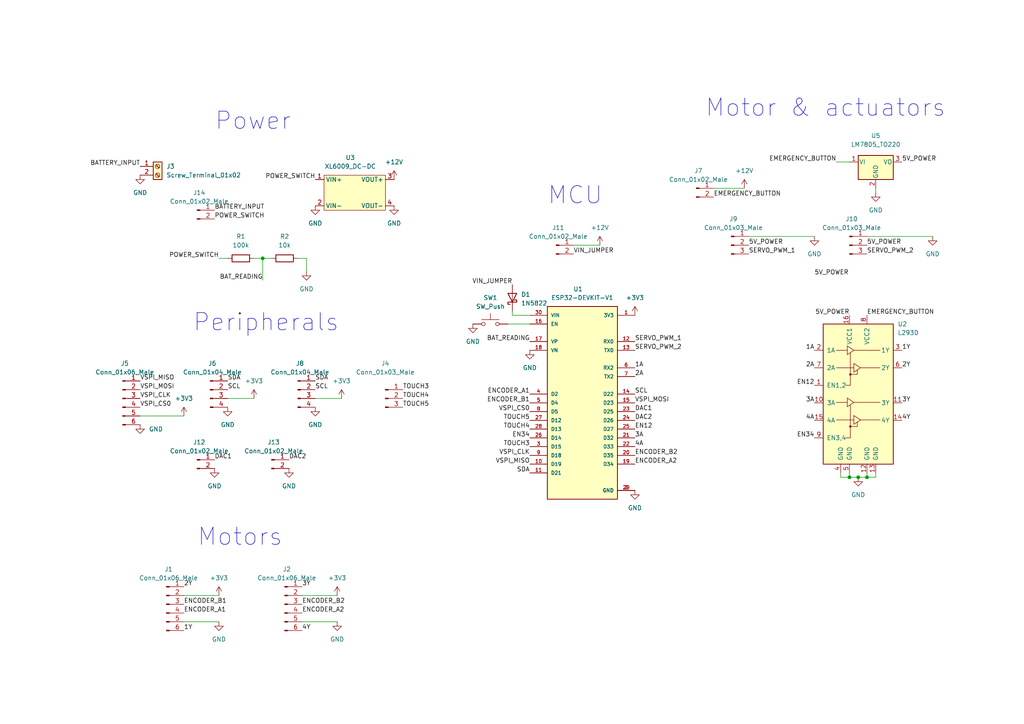
<source format=kicad_sch>
(kicad_sch (version 20211123) (generator eeschema)
  (paper "A4")
  (lib_symbols
    (symbol "Connector:Conn_01x02_Male" (pin_names (offset 1.016) hide)
      (property "Reference" "J" (at 0 2.54 0))
      (property "Value" "Conn_01x02_Male" (at 0 -5.08 0))
      (symbol "Conn_01x02_Male_1_1"
        (polyline (pts (xy 1.27 -2.54) (xy 0.8636 -2.54)) (stroke (width 0.1524)))
        (polyline (pts (xy 1.27 0) (xy 0.8636 0)) (stroke (width 0.1524)))
        (rectangle (start 0.8636 -2.413) (end 0 -2.667) (stroke (width 0.1524)) (fill (type outline)))
        (rectangle (start 0.8636 0.127) (end 0 -0.127) (stroke (width 0.1524)) (fill (type outline)))
        (pin passive line (at 5.08 0 180) (length 3.81) (name "Pin_1") (number "1"))
        (pin passive line (at 5.08 -2.54 180) (length 3.81) (name "Pin_2") (number "2"))
      )
    )
    (symbol "Connector:Conn_01x03_Male" (pin_names (offset 1.016) hide)
      (property "Reference" "J" (at 0 5.08 0))
      (property "Value" "Conn_01x03_Male" (at 0 -5.08 0))
      (symbol "Conn_01x03_Male_1_1"
        (polyline (pts (xy 1.27 -2.54) (xy 0.8636 -2.54)) (stroke (width 0.1524)))
        (polyline (pts (xy 1.27 0) (xy 0.8636 0)) (stroke (width 0.1524)))
        (polyline (pts (xy 1.27 2.54) (xy 0.8636 2.54)) (stroke (width 0.1524)))
        (rectangle (start 0.8636 -2.413) (end 0 -2.667) (stroke (width 0.1524)) (fill (type outline)))
        (rectangle (start 0.8636 0.127) (end 0 -0.127) (stroke (width 0.1524)) (fill (type outline)))
        (rectangle (start 0.8636 2.667) (end 0 2.413) (stroke (width 0.1524)) (fill (type outline)))
        (pin passive line (at 5.08 2.54 180) (length 3.81) (name "Pin_1") (number "1"))
        (pin passive line (at 5.08 0 180) (length 3.81) (name "Pin_2") (number "2"))
        (pin passive line (at 5.08 -2.54 180) (length 3.81) (name "Pin_3") (number "3"))
      )
    )
    (symbol "Connector:Conn_01x04_Male" (pin_names (offset 1.016) hide)
      (property "Reference" "J" (at 0 5.08 0))
      (property "Value" "Conn_01x04_Male" (at 0 -7.62 0))
      (symbol "Conn_01x04_Male_1_1"
        (polyline (pts (xy 1.27 -5.08) (xy 0.8636 -5.08)) (stroke (width 0.1524)))
        (polyline (pts (xy 1.27 -2.54) (xy 0.8636 -2.54)) (stroke (width 0.1524)))
        (polyline (pts (xy 1.27 0) (xy 0.8636 0)) (stroke (width 0.1524)))
        (polyline (pts (xy 1.27 2.54) (xy 0.8636 2.54)) (stroke (width 0.1524)))
        (rectangle (start 0.8636 -4.953) (end 0 -5.207) (stroke (width 0.1524)) (fill (type outline)))
        (rectangle (start 0.8636 -2.413) (end 0 -2.667) (stroke (width 0.1524)) (fill (type outline)))
        (rectangle (start 0.8636 0.127) (end 0 -0.127) (stroke (width 0.1524)) (fill (type outline)))
        (rectangle (start 0.8636 2.667) (end 0 2.413) (stroke (width 0.1524)) (fill (type outline)))
        (pin passive line (at 5.08 2.54 180) (length 3.81) (name "Pin_1") (number "1"))
        (pin passive line (at 5.08 0 180) (length 3.81) (name "Pin_2") (number "2"))
        (pin passive line (at 5.08 -2.54 180) (length 3.81) (name "Pin_3") (number "3"))
        (pin passive line (at 5.08 -5.08 180) (length 3.81) (name "Pin_4") (number "4"))
      )
    )
    (symbol "Connector:Conn_01x06_Male" (pin_names (offset 1.016) hide)
      (property "Reference" "J" (at 0 7.62 0))
      (property "Value" "Conn_01x06_Male" (at 0 -10.16 0))
      (symbol "Conn_01x06_Male_1_1"
        (polyline (pts (xy 1.27 -7.62) (xy 0.8636 -7.62)) (stroke (width 0.1524)))
        (polyline (pts (xy 1.27 -5.08) (xy 0.8636 -5.08)) (stroke (width 0.1524)))
        (polyline (pts (xy 1.27 -2.54) (xy 0.8636 -2.54)) (stroke (width 0.1524)))
        (polyline (pts (xy 1.27 0) (xy 0.8636 0)) (stroke (width 0.1524)))
        (polyline (pts (xy 1.27 2.54) (xy 0.8636 2.54)) (stroke (width 0.1524)))
        (polyline (pts (xy 1.27 5.08) (xy 0.8636 5.08)) (stroke (width 0.1524)))
        (rectangle (start 0.8636 -7.493) (end 0 -7.747) (stroke (width 0.1524)) (fill (type outline)))
        (rectangle (start 0.8636 -4.953) (end 0 -5.207) (stroke (width 0.1524)) (fill (type outline)))
        (rectangle (start 0.8636 -2.413) (end 0 -2.667) (stroke (width 0.1524)) (fill (type outline)))
        (rectangle (start 0.8636 0.127) (end 0 -0.127) (stroke (width 0.1524)) (fill (type outline)))
        (rectangle (start 0.8636 2.667) (end 0 2.413) (stroke (width 0.1524)) (fill (type outline)))
        (rectangle (start 0.8636 5.207) (end 0 4.953) (stroke (width 0.1524)) (fill (type outline)))
        (pin passive line (at 5.08 5.08 180) (length 3.81) (name "Pin_1") (number "1"))
        (pin passive line (at 5.08 2.54 180) (length 3.81) (name "Pin_2") (number "2"))
        (pin passive line (at 5.08 0 180) (length 3.81) (name "Pin_3") (number "3"))
        (pin passive line (at 5.08 -2.54 180) (length 3.81) (name "Pin_4") (number "4"))
        (pin passive line (at 5.08 -5.08 180) (length 3.81) (name "Pin_5") (number "5"))
        (pin passive line (at 5.08 -7.62 180) (length 3.81) (name "Pin_6") (number "6"))
      )
    )
    (symbol "Connector:Screw_Terminal_01x02" (pin_names (offset 1.016) hide)
      (property "Reference" "J" (at 0 2.54 0))
      (property "Value" "Screw_Terminal_01x02" (at 0 -5.08 0))
      (symbol "Screw_Terminal_01x02_1_1"
        (rectangle (start -1.27 1.27) (end 1.27 -3.81) (stroke (width 0.254)) (fill (type background)))
        (circle (center 0 -2.54) (radius 0.635) (stroke (width 0.1524)))
        (polyline (pts (xy -0.5334 -2.2098) (xy 0.3302 -3.048)) (stroke (width 0.1524)))
        (polyline (pts (xy -0.5334 0.3302) (xy 0.3302 -0.508)) (stroke (width 0.1524)))
        (polyline (pts (xy -0.3556 -2.032) (xy 0.508 -2.8702)) (stroke (width 0.1524)))
        (polyline (pts (xy -0.3556 0.508) (xy 0.508 -0.3302)) (stroke (width 0.1524)))
        (circle (center 0 0) (radius 0.635) (stroke (width 0.1524)))
        (pin passive line (at -5.08 0 0) (length 3.81) (name "Pin_1") (number "1"))
        (pin passive line (at -5.08 -2.54 0) (length 3.81) (name "Pin_2") (number "2"))
      )
    )
    (symbol "Device:R" (pin_numbers hide) (pin_names (offset 0))
      (property "Reference" "R" (at 2.032 0 90))
      (property "Value" "R" (at 0 0 90))
      (symbol "R_0_1"
        (rectangle (start -1.016 -2.54) (end 1.016 2.54) (stroke (width 0.254)))
      )
      (symbol "R_1_1"
        (pin passive line (at 0 3.81 270) (length 1.27) (name "~") (number "1"))
        (pin passive line (at 0 -3.81 90) (length 1.27) (name "~") (number "2"))
      )
    )
    (symbol "Diode:1N5822" (pin_numbers hide) (pin_names (offset 1.016) hide)
      (property "Reference" "D" (at 0 2.54 0))
      (property "Value" "1N5822" (at 0 -2.54 0))
      (symbol "1N5822_0_1"
        (polyline (pts (xy 1.27 0) (xy -1.27 0)))
        (polyline (pts (xy 1.27 1.27) (xy 1.27 -1.27) (xy -1.27 0) (xy 1.27 1.27)) (stroke (width 0.254)))
        (polyline (pts (xy -1.905 0.635) (xy -1.905 1.27) (xy -1.27 1.27) (xy -1.27 -1.27) (xy -0.635 -1.27) (xy -0.635 -0.635)) (stroke (width 0.254)))
      )
      (symbol "1N5822_1_1"
        (pin passive line (at -3.81 0 0) (length 2.54) (name "K") (number "1"))
        (pin passive line (at 3.81 0 180) (length 2.54) (name "A") (number "2"))
      )
    )
    (symbol "Driver_Motor:L293D" (pin_names (offset 1.016))
      (property "Reference" "U" (at -5.08 26.035 0))
      (property "Value" "L293D" (at -5.08 24.13 0))
      (symbol "L293D_0_1"
        (rectangle (start -10.16 22.86) (end 10.16 -17.78) (stroke (width 0.254)) (fill (type background)))
        (circle (center -2.286 -6.858) (radius 0.254) (fill (type outline)))
        (circle (center -2.286 8.255) (radius 0.254) (fill (type outline)))
        (polyline (pts (xy -6.35 -4.953) (xy -1.27 -4.953)))
        (polyline (pts (xy -6.35 0.127) (xy -3.175 0.127)))
        (polyline (pts (xy -6.35 10.16) (xy -1.27 10.16)))
        (polyline (pts (xy -6.35 15.24) (xy -3.175 15.24)))
        (polyline (pts (xy -1.27 0.127) (xy 6.35 0.127)))
        (polyline (pts (xy -1.27 15.24) (xy 6.35 15.24)))
        (polyline (pts (xy 0.635 -4.953) (xy 6.35 -4.953)))
        (polyline (pts (xy 0.635 10.16) (xy 6.35 10.16)))
        (polyline (pts (xy -2.286 -6.858) (xy -0.254 -6.858) (xy -0.254 -5.588)))
        (polyline (pts (xy -2.286 -0.635) (xy -2.286 -10.16) (xy -3.556 -10.16)))
        (polyline (pts (xy -2.286 8.255) (xy -0.254 8.255) (xy -0.254 9.525)))
        (polyline (pts (xy -2.286 14.478) (xy -2.286 5.08) (xy -3.556 5.08)))
        (polyline (pts (xy -3.175 1.397) (xy -3.175 -1.143) (xy -1.27 0.127) (xy -3.175 1.397)))
        (polyline (pts (xy -3.175 16.51) (xy -3.175 13.97) (xy -1.27 15.24) (xy -3.175 16.51)))
        (polyline (pts (xy -1.27 -3.683) (xy -1.27 -6.223) (xy 0.635 -4.953) (xy -1.27 -3.683)))
        (polyline (pts (xy -1.27 11.43) (xy -1.27 8.89) (xy 0.635 10.16) (xy -1.27 11.43)))
      )
      (symbol "L293D_1_1"
        (pin input line (at -12.7 5.08 0) (length 2.54) (name "EN1,2") (number "1"))
        (pin input line (at -12.7 0 0) (length 2.54) (name "3A") (number "10"))
        (pin output line (at 12.7 0 180) (length 2.54) (name "3Y") (number "11"))
        (pin power_in line (at 2.54 -20.32 90) (length 2.54) (name "GND") (number "12"))
        (pin power_in line (at 5.08 -20.32 90) (length 2.54) (name "GND") (number "13"))
        (pin output line (at 12.7 -5.08 180) (length 2.54) (name "4Y") (number "14"))
        (pin input line (at -12.7 -5.08 0) (length 2.54) (name "4A") (number "15"))
        (pin power_in line (at -2.54 25.4 270) (length 2.54) (name "VCC1") (number "16"))
        (pin input line (at -12.7 15.24 0) (length 2.54) (name "1A") (number "2"))
        (pin output line (at 12.7 15.24 180) (length 2.54) (name "1Y") (number "3"))
        (pin power_in line (at -5.08 -20.32 90) (length 2.54) (name "GND") (number "4"))
        (pin power_in line (at -2.54 -20.32 90) (length 2.54) (name "GND") (number "5"))
        (pin output line (at 12.7 10.16 180) (length 2.54) (name "2Y") (number "6"))
        (pin input line (at -12.7 10.16 0) (length 2.54) (name "2A") (number "7"))
        (pin power_in line (at 2.54 25.4 270) (length 2.54) (name "VCC2") (number "8"))
        (pin input line (at -12.7 -10.16 0) (length 2.54) (name "EN3,4") (number "9"))
      )
    )
    (symbol "ESP32_DEVKIT_V1:ESP32-DEVKIT-V1" (pin_names (offset 1.016))
      (property "Reference" "U" (at -10.16 30.48 0))
      (property "Value" "ESP32-DEVKIT-V1" (at -10.16 -30.48 0))
      (symbol "ESP32-DEVKIT-V1_0_0"
        (rectangle (start -10.16 -27.94) (end 10.16 27.94) (stroke (width 0.254)) (fill (type background)))
        (pin output line (at 15.24 25.4 180) (length 5.08) (name "3V3") (number "1"))
        (pin bidirectional line (at -15.24 -17.78 0) (length 5.08) (name "D19") (number "10"))
        (pin bidirectional line (at -15.24 -20.32 0) (length 5.08) (name "D21") (number "11"))
        (pin input line (at 15.24 17.78 180) (length 5.08) (name "RX0") (number "12"))
        (pin output line (at 15.24 15.24 180) (length 5.08) (name "TX0") (number "13"))
        (pin bidirectional line (at 15.24 2.54 180) (length 5.08) (name "D22") (number "14"))
        (pin bidirectional line (at 15.24 0 180) (length 5.08) (name "D23") (number "15"))
        (pin input line (at -15.24 22.86 0) (length 5.08) (name "EN") (number "16"))
        (pin bidirectional line (at -15.24 17.78 0) (length 5.08) (name "VP") (number "17"))
        (pin bidirectional line (at -15.24 15.24 0) (length 5.08) (name "VN") (number "18"))
        (pin bidirectional line (at 15.24 -17.78 180) (length 5.08) (name "D34") (number "19"))
        (pin power_in line (at 15.24 -25.4 180) (length 5.08) (name "GND") (number "2"))
        (pin bidirectional line (at 15.24 -15.24 180) (length 5.08) (name "D35") (number "20"))
        (pin bidirectional line (at 15.24 -10.16 180) (length 5.08) (name "D32") (number "21"))
        (pin bidirectional line (at 15.24 -12.7 180) (length 5.08) (name "D33") (number "22"))
        (pin bidirectional line (at 15.24 -2.54 180) (length 5.08) (name "D25") (number "23"))
        (pin bidirectional line (at 15.24 -5.08 180) (length 5.08) (name "D26") (number "24"))
        (pin bidirectional line (at 15.24 -7.62 180) (length 5.08) (name "D27") (number "25"))
        (pin bidirectional line (at -15.24 -10.16 0) (length 5.08) (name "D14") (number "26"))
        (pin bidirectional line (at -15.24 -5.08 0) (length 5.08) (name "D12") (number "27"))
        (pin bidirectional line (at -15.24 -7.62 0) (length 5.08) (name "D13") (number "28"))
        (pin power_in line (at 15.24 -25.4 180) (length 5.08) (name "GND") (number "29"))
        (pin bidirectional line (at -15.24 -12.7 0) (length 5.08) (name "D15") (number "3"))
        (pin input line (at -15.24 25.4 0) (length 5.08) (name "VIN") (number "30"))
        (pin bidirectional line (at -15.24 2.54 0) (length 5.08) (name "D2") (number "4"))
        (pin bidirectional line (at -15.24 0 0) (length 5.08) (name "D4") (number "5"))
        (pin input line (at 15.24 10.16 180) (length 5.08) (name "RX2") (number "6"))
        (pin output line (at 15.24 7.62 180) (length 5.08) (name "TX2") (number "7"))
        (pin bidirectional line (at -15.24 -2.54 0) (length 5.08) (name "D5") (number "8"))
        (pin bidirectional line (at -15.24 -15.24 0) (length 5.08) (name "D18") (number "9"))
      )
    )
    (symbol "MiAM_ESP32:XL6009_DC-DC"
      (property "Reference" "U" (at 5.08 0 0))
      (property "Value" "XL6009_DC-DC" (at 5.08 -12.7 0))
      (symbol "XL6009_DC-DC_0_1"
        (rectangle (start -3.81 -1.27) (end 13.97 -11.43) (fill (type background)))
      )
      (symbol "XL6009_DC-DC_1_1"
        (pin power_in line (at -6.35 -2.54 0) (length 2.54) (name "VIN+") (number "1"))
        (pin power_in line (at -6.35 -10.16 0) (length 2.54) (name "VIN-") (number "2"))
        (pin power_out line (at 16.51 -2.54 180) (length 2.54) (name "VOUT+") (number "3"))
        (pin power_out line (at 16.51 -10.16 180) (length 2.54) (name "VOUT-") (number "4"))
      )
    )
    (symbol "Regulator_Linear:LM7805_TO220" (pin_names (offset 0.254))
      (property "Reference" "U" (at -3.81 3.175 0))
      (property "Value" "LM7805_TO220" (at 0 3.175 0))
      (symbol "LM7805_TO220_0_1"
        (rectangle (start -5.08 1.905) (end 5.08 -5.08) (stroke (width 0.254)) (fill (type background)))
      )
      (symbol "LM7805_TO220_1_1"
        (pin power_in line (at -7.62 0 0) (length 2.54) (name "VI") (number "1"))
        (pin power_in line (at 0 -7.62 90) (length 2.54) (name "GND") (number "2"))
        (pin power_out line (at 7.62 0 180) (length 2.54) (name "VO") (number "3"))
      )
    )
    (symbol "Switch:SW_Push" (pin_numbers hide) (pin_names (offset 1.016) hide)
      (property "Reference" "SW" (at 1.27 2.54 0))
      (property "Value" "SW_Push" (at 0 -1.524 0))
      (symbol "SW_Push_0_1"
        (circle (center -2.032 0) (radius 0.508))
        (polyline (pts (xy 0 1.27) (xy 0 3.048)))
        (polyline (pts (xy 2.54 1.27) (xy -2.54 1.27)))
        (circle (center 2.032 0) (radius 0.508))
        (pin passive line (at -5.08 0 0) (length 2.54) (name "1") (number "1"))
        (pin passive line (at 5.08 0 180) (length 2.54) (name "2") (number "2"))
      )
    )
    (symbol "power:+12V" (power) (pin_names (offset 0))
      (property "Value" "+12V" (at 0 3.556 0))
      (symbol "+12V_0_1"
        (polyline (pts (xy -0.762 1.27) (xy 0 2.54)))
        (polyline (pts (xy 0 0) (xy 0 2.54)))
        (polyline (pts (xy 0 2.54) (xy 0.762 1.27)))
      )
      (symbol "+12V_1_1"
        (pin power_in line (at 0 0 90) (length 0) hide (name "+12V") (number "1"))
      )
    )
    (symbol "power:+3V3" (power) (pin_names (offset 0))
      (property "Value" "+3V3" (at 0 3.556 0))
      (symbol "+3V3_0_1"
        (polyline (pts (xy -0.762 1.27) (xy 0 2.54)))
        (polyline (pts (xy 0 0) (xy 0 2.54)))
        (polyline (pts (xy 0 2.54) (xy 0.762 1.27)))
      )
      (symbol "+3V3_1_1"
        (pin power_in line (at 0 0 90) (length 0) hide (name "+3V3") (number "1"))
      )
    )
    (symbol "power:GND" (power) (pin_names (offset 0))
      (property "Value" "GND" (at 0 -3.81 0))
      (symbol "GND_0_1"
        (polyline (pts (xy 0 0) (xy 0 -1.27) (xy 1.27 -1.27) (xy 0 -2.54) (xy -1.27 -1.27) (xy 0 -1.27)))
      )
      (symbol "GND_1_1"
        (pin power_in line (at 0 0 270) (length 0) hide (name "GND") (number "1"))
      )
    )
  )
  (junction (at 76.2 74.93))
  (junction (at 251.46 138.43))
  (junction (at 248.92 138.43))
  (junction (at 246.38 138.43))
  (wire (pts (xy 217.17 68.58) (xy 236.22 68.58)))
  (wire (pts (xy 254 138.43) (xy 251.46 138.43)))
  (wire (pts (xy 207.01 54.61) (xy 215.9 54.61)))
  (wire (pts (xy 87.63 180.34) (xy 97.79 180.34)))
  (wire (pts (xy 76.2 74.93) (xy 76.2 81.28)))
  (wire (pts (xy 66.04 115.57) (xy 73.66 115.57)))
  (wire (pts (xy 166.37 71.12) (xy 173.99 71.12)))
  (wire (pts (xy 53.34 180.34) (xy 63.5 180.34)))
  (wire (pts (xy 251.46 138.43) (xy 248.92 138.43)))
  (wire (pts (xy 243.84 138.43) (xy 243.84 137.16)))
  (wire (pts (xy 254 55.88) (xy 254 54.61)))
  (wire (pts (xy 254 138.43) (xy 254 137.16)))
  (wire (pts (xy 88.9 74.93) (xy 88.9 78.74)))
  (wire (pts (xy 246.38 138.43) (xy 246.38 137.16)))
  (wire (pts (xy 63.5 74.93) (xy 66.04 74.93)))
  (wire (pts (xy 86.36 74.93) (xy 88.9 74.93)))
  (wire (pts (xy 246.38 138.43) (xy 248.92 138.43)))
  (wire (pts (xy 91.44 115.57) (xy 99.06 115.57)))
  (wire (pts (xy 147.32 93.98) (xy 153.67 93.98)))
  (wire (pts (xy 153.67 91.44) (xy 148.59 91.44)))
  (wire (pts (xy 53.34 172.72) (xy 63.5 172.72)))
  (wire (pts (xy 87.63 172.72) (xy 97.79 172.72)))
  (wire (pts (xy 243.84 138.43) (xy 246.38 138.43)))
  (wire (pts (xy 78.74 74.93) (xy 76.2 74.93)))
  (wire (pts (xy 242.57 46.99) (xy 246.38 46.99)))
  (wire (pts (xy 40.64 120.65) (xy 53.34 120.65)))
  (wire (pts (xy 148.59 91.44) (xy 148.59 90.17)))
  (wire (pts (xy 73.66 74.93) (xy 76.2 74.93)))
  (wire (pts (xy 251.46 138.43) (xy 251.46 137.16)))
  (wire (pts (xy 251.46 68.58) (xy 270.51 68.58)))
  (text "Motor & actuators" (at 204.47 34.29 0) (effects (font (size 5 5)) (justify left bottom)))
  (text "Power" (at 62.23 38.1 0) (effects (font (size 5 5)) (justify left bottom)))
  (text "MCU" (at 158.75 59.69 0) (effects (font (size 5 5)) (justify left bottom)))
  (text "Motors" (at 57.15 158.75 0) (effects (font (size 5 5)) (justify left bottom)))
  (text "Peripherals" (at 55.88 96.52 0) (effects (font (size 5 5)) (justify left bottom)))
  (label "VSPI_MISO" (at 153.67 134.62 180))
  (label "1Y" (at 53.34 182.88 0))
  (label "EMERGENCY_BUTTON" (at 251.46 91.44 0))
  (label "VSPI_CS0" (at 153.67 119.38 180))
  (label "SERVO_PWM_1" (at 217.17 73.66 0))
  (label "SDA" (at 153.67 137.16 180))
  (label "5V_POWER" (at 246.38 91.44 180))
  (label "POWER_SWITCH" (at 62.23 63.5 0))
  (label "3A" (at 184.15 127 0))
  (label "TOUCH4" (at 116.84 115.57 0))
  (label "SCL" (at 91.44 113.03 0))
  (label "VSPI_MISO" (at 40.64 110.49 0))
  (label "TOUCH3" (at 153.67 129.54 180))
  (label "SERVO_PWM_2" (at 251.46 73.66 0))
  (label "2Y" (at 53.34 170.18 0))
  (label "BAT_READING" (at 153.67 99.06 180))
  (label "ENCODER_A1" (at 53.34 177.8 0))
  (label "SERVO_PWM_1" (at 184.15 99.06 0))
  (label "ENCODER_A2" (at 184.15 134.62 0))
  (label "TOUCH5" (at 153.67 121.92 180))
  (label "ENCODER_B1" (at 53.34 175.26 0))
  (label "DAC1" (at 184.15 119.38 0))
  (label "ENCODER_A2" (at 87.63 177.8 0))
  (label "2Y" (at 261.62 106.68 0))
  (label "EN34" (at 236.22 127 180))
  (label "5V_POWER" (at 261.62 46.99 0))
  (label "SERVO_PWM_2" (at 184.15 101.6 0))
  (label "DAC1" (at 62.23 133.35 0))
  (label "3Y" (at 87.63 170.18 0))
  (label "SDA" (at 66.04 110.49 0))
  (label "ENCODER_A1" (at 153.67 114.3 180))
  (label "ENCODER_B2" (at 87.63 175.26 0))
  (label "2A" (at 236.22 106.68 180))
  (label "5V_POWER" (at 251.46 71.12 0))
  (label "ENCODER_B1" (at 153.67 116.84 180))
  (label "1A" (at 184.15 106.68 0))
  (label "EMERGENCY_BUTTON" (at 242.57 46.99 180))
  (label "EN12" (at 184.15 124.46 0))
  (label "BATTERY_INPUT" (at 40.64 48.26 180))
  (label "4A" (at 184.15 129.54 0))
  (label "VSPI_MOSI" (at 184.15 116.84 0))
  (label "ENCODER_B2" (at 184.15 132.08 0))
  (label "3A" (at 236.22 116.84 180))
  (label "EMERGENCY_BUTTON" (at 207.01 57.15 0))
  (label "5V_POWER" (at 236.22 80.01 0))
  (label "DAC2" (at 184.15 121.92 0))
  (label "VSPI_CLK" (at 153.67 132.08 180))
  (label "VSPI_CS0" (at 40.64 118.11 0))
  (label "DAC2" (at 83.82 133.35 0))
  (label "POWER_SWITCH" (at 63.5 74.93 180))
  (label "1Y" (at 261.62 101.6 0))
  (label "5V_POWER" (at 217.17 71.12 0))
  (label "EN34" (at 153.67 127 180))
  (label "TOUCH5" (at 116.84 118.11 0))
  (label "BATTERY_INPUT" (at 62.23 60.96 0))
  (label "1A" (at 236.22 101.6 180))
  (label "4Y" (at 87.63 182.88 0))
  (label "VSPI_MOSI" (at 40.64 113.03 0))
  (label "VIN_JUMPER" (at 166.37 73.66 0))
  (label "POWER_SWITCH" (at 91.44 52.07 180))
  (label "SDA" (at 91.44 110.49 0))
  (label "3Y" (at 261.62 116.84 0))
  (label "SCL" (at 184.15 114.3 0))
  (label "4A" (at 236.22 121.92 180))
  (label "TOUCH4" (at 153.67 124.46 180))
  (label "SCL" (at 66.04 113.03 0))
  (label "VIN_JUMPER" (at 148.59 82.55 180))
  (label "TOUCH3" (at 116.84 113.03 0))
  (label "VSPI_CLK" (at 40.64 115.57 0))
  (label "EN12" (at 236.22 111.76 180))
  (label "4Y" (at 261.62 121.92 0))
  (label "BAT_READING" (at 76.2 81.28 180))
  (label "2A" (at 184.15 109.22 0))
  (symbol (lib_id "Driver_Motor:L293D") (at 248.92 116.84 0) (unit 1)
    (property "Reference" "U2" (at 260.35 93.98 0) (effects (justify left)))
    (property "Value" "L293D" (at 260.35 96.52 0) (effects (justify left)))
    (property "Footprint" "Package_DIP:DIP-16_W7.62mm" (effects hide))
    (property "Datasheet" "http://www.ti.com/lit/ds/symlink/l293.pdf" (effects hide))
  )
  (symbol (lib_id "power:+12V") (at 114.3 52.07 0) (unit 1)
    (property "Reference" "#PWR0111" (effects hide))
    (property "Value" "+12V" (at 114.3 46.99 0))
  )
  (symbol (lib_id "Connector:Conn_01x04_Male") (at 86.36 113.03 0) (unit 1)
    (property "Reference" "J8" (at 86.995 105.41 0))
    (property "Value" "Conn_01x04_Male" (at 86.995 107.95 0))
    (property "Footprint" "Connector_PinHeader_2.54mm:PinHeader_1x04_P2.54mm_Vertical" (effects hide))
  )
  (symbol (lib_id "Connector:Conn_01x03_Male") (at 246.38 71.12 0) (unit 1)
    (property "Reference" "J10" (at 247.015 63.5 0))
    (property "Value" "Conn_01x03_Male" (at 247.015 66.04 0))
    (property "Footprint" "Connector_PinHeader_2.54mm:PinHeader_1x03_P2.54mm_Vertical" (effects hide))
  )
  (symbol (lib_id "Connector:Conn_01x06_Male") (at 35.56 115.57 0) (unit 1)
    (property "Reference" "J5" (at 36.195 105.41 0))
    (property "Value" "Conn_01x06_Male" (at 36.195 107.95 0))
    (property "Footprint" "Connector_PinHeader_2.54mm:PinHeader_1x06_P2.54mm_Vertical" (effects hide))
  )
  (symbol (lib_id "Diode:1N5822") (at 148.59 86.36 90) (unit 1)
    (property "Reference" "D1" (at 151.13 85.4074 90) (effects (justify right)))
    (property "Value" "1N5822" (at 151.13 87.9474 90) (effects (justify right)))
    (property "Footprint" "Diode_THT:D_DO-201AD_P15.24mm_Horizontal" (effects hide))
    (property "Datasheet" "http://www.vishay.com/docs/88526/1n5820.pdf" (effects hide))
  )
  (symbol (lib_id "Connector:Conn_01x06_Male") (at 48.26 175.26 0) (unit 1)
    (property "Reference" "J1" (at 48.895 165.1 0))
    (property "Value" "Conn_01x06_Male" (at 48.895 167.64 0))
    (property "Footprint" "Connector_PinHeader_2.54mm:PinHeader_1x06_P2.54mm_Vertical" (effects hide))
  )
  (symbol (lib_id "Device:R") (at 82.55 74.93 90) (unit 1)
    (property "Reference" "R2" (at 82.55 68.58 90))
    (property "Value" "10k" (at 82.55 71.12 90))
    (property "Footprint" "Resistor_THT:R_Axial_DIN0309_L9.0mm_D3.2mm_P12.70mm_Horizontal" (effects hide))
  )
  (symbol (lib_id "power:GND") (at 97.79 180.34 0) (unit 1)
    (property "Reference" "#PWR0117" (effects hide))
    (property "Value" "GND" (at 97.79 185.42 0))
  )
  (symbol (lib_id "Connector:Conn_01x02_Male") (at 57.15 133.35 0) (unit 1)
    (property "Reference" "J12" (at 57.785 128.27 0))
    (property "Value" "Conn_01x02_Male" (at 57.785 130.81 0))
    (property "Footprint" "Connector_PinHeader_2.54mm:PinHeader_1x02_P2.54mm_Vertical" (effects hide))
  )
  (symbol (lib_id "power:GND") (at 91.44 118.11 0) (unit 1)
    (property "Reference" "#PWR0105" (effects hide))
    (property "Value" "GND" (at 91.44 123.19 0))
  )
  (symbol (lib_id "power:GND") (at 236.22 68.58 0) (unit 1)
    (property "Reference" "#PWR0124" (effects hide))
    (property "Value" "GND" (at 236.22 73.66 0))
  )
  (symbol (lib_id "power:+12V") (at 215.9 54.61 0) (unit 1)
    (property "Reference" "#PWR0126" (effects hide))
    (property "Value" "+12V" (at 215.9 49.53 0))
  )
  (symbol (lib_id "power:GND") (at 91.44 59.69 0) (unit 1)
    (property "Reference" "#PWR0108" (effects hide))
    (property "Value" "GND" (at 91.44 64.77 0))
  )
  (symbol (lib_id "MiAM_ESP32:XL6009_DC-DC") (at 97.79 49.53 0) (unit 1)
    (property "Reference" "U3" (at 101.6 45.72 0))
    (property "Value" "XL6009_DC-DC" (at 101.6 48.26 0))
    (property "Footprint" "MiAM_ESP32_Footprints:XL6009_DCDC" (effects hide))
  )
  (symbol (lib_id "power:GND") (at 153.67 101.6 0) (unit 1)
    (property "Reference" "#PWR0106" (effects hide))
    (property "Value" "GND" (at 153.67 106.68 0))
  )
  (symbol (lib_id "Connector:Conn_01x02_Male") (at 78.74 133.35 0) (unit 1)
    (property "Reference" "J13" (at 79.375 128.27 0))
    (property "Value" "Conn_01x02_Male" (at 79.375 130.81 0))
    (property "Footprint" "Connector_PinHeader_2.54mm:PinHeader_1x02_P2.54mm_Vertical" (effects hide))
  )
  (symbol (lib_id "power:+3V3") (at 53.34 120.65 0) (unit 1)
    (property "Reference" "#PWR0122" (effects hide))
    (property "Value" "+3V3" (at 53.34 115.57 0))
  )
  (symbol (lib_id "power:+3V3") (at 97.79 172.72 0) (unit 1)
    (property "Reference" "#PWR0119" (effects hide))
    (property "Value" "+3V3" (at 97.79 167.64 0))
  )
  (symbol (lib_id "Connector:Conn_01x03_Male") (at 212.09 71.12 0) (unit 1)
    (property "Reference" "J9" (at 212.725 63.5 0))
    (property "Value" "Conn_01x03_Male" (at 212.725 66.04 0))
    (property "Footprint" "Connector_PinHeader_2.54mm:PinHeader_1x03_P2.54mm_Vertical" (effects hide))
  )
  (symbol (lib_id "power:GND") (at 270.51 68.58 0) (unit 1)
    (property "Reference" "#PWR0125" (effects hide))
    (property "Value" "GND" (at 270.51 73.66 0))
  )
  (symbol (lib_id "power:GND") (at 184.15 142.24 0) (unit 1)
    (property "Reference" "#PWR0104" (effects hide))
    (property "Value" "GND" (at 184.15 147.32 0))
  )
  (symbol (lib_id "power:+12V") (at 173.99 71.12 0) (unit 1)
    (property "Reference" "#PWR0103" (effects hide))
    (property "Value" "+12V" (at 173.99 66.04 0))
  )
  (symbol (lib_id "Connector:Conn_01x03_Male") (at 111.76 115.57 0) (unit 1)
    (property "Reference" "J4" (at 111.76 105.41 0))
    (property "Value" "Conn_01x03_Male" (at 111.76 107.95 0))
    (property "Footprint" "Connector_PinHeader_2.54mm:PinHeader_1x03_P2.54mm_Vertical" (effects hide))
  )
  (symbol (lib_id "Connector:Conn_01x02_Male") (at 201.93 54.61 0) (unit 1)
    (property "Reference" "J7" (at 202.565 49.53 0))
    (property "Value" "Conn_01x02_Male" (at 202.565 52.07 0))
    (property "Footprint" "Connector_PinHeader_2.54mm:PinHeader_1x02_P2.54mm_Vertical" (effects hide))
  )
  (symbol (lib_id "power:+3V3") (at 73.66 115.57 0) (unit 1)
    (property "Reference" "#PWR0115" (effects hide))
    (property "Value" "+3V3" (at 73.66 110.49 0))
  )
  (symbol (lib_id "Connector:Conn_01x02_Male") (at 57.15 60.96 0) (unit 1)
    (property "Reference" "J14" (at 57.785 55.88 0))
    (property "Value" "Conn_01x02_Male" (at 57.785 58.42 0))
    (property "Footprint" "Connector_PinHeader_2.54mm:PinHeader_1x02_P2.54mm_Vertical" (effects hide))
  )
  (symbol (lib_id "Connector:Conn_01x06_Male") (at 82.55 175.26 0) (unit 1)
    (property "Reference" "J2" (at 83.185 165.1 0))
    (property "Value" "Conn_01x06_Male" (at 83.185 167.64 0))
    (property "Footprint" "Connector_PinHeader_2.54mm:PinHeader_1x06_P2.54mm_Vertical" (effects hide))
  )
  (symbol (lib_id "power:GND") (at 114.3 59.69 0) (unit 1)
    (property "Reference" "#PWR0113" (effects hide))
    (property "Value" "GND" (at 114.3 64.77 0))
  )
  (symbol (lib_id "Device:R") (at 69.85 74.93 90) (unit 1)
    (property "Reference" "R1" (at 69.85 68.58 90))
    (property "Value" "100k" (at 69.85 71.12 90))
    (property "Footprint" "Resistor_THT:R_Axial_DIN0309_L9.0mm_D3.2mm_P12.70mm_Horizontal" (effects hide))
  )
  (symbol (lib_id "power:GND") (at 83.82 135.89 0) (unit 1)
    (property "Reference" "#PWR0114" (effects hide))
    (property "Value" "GND" (at 83.82 140.97 0))
  )
  (symbol (lib_id "Switch:SW_Push") (at 142.24 93.98 0) (unit 1)
    (property "Reference" "SW1" (at 142.24 86.36 0))
    (property "Value" "SW_Push" (at 142.24 88.9 0))
    (property "Footprint" "Button_Switch_SMD:SW_Push_1P1T_NO_Vertical_Wuerth_434133025816" (effects hide))
  )
  (symbol (lib_id "power:GND") (at 254 55.88 0) (unit 1)
    (property "Reference" "#PWR0123" (effects hide))
    (property "Value" "GND" (at 254 60.96 0))
  )
  (symbol (lib_id "Connector:Screw_Terminal_01x02") (at 45.72 48.26 0) (unit 1)
    (property "Reference" "J3" (at 48.26 48.2599 0) (effects (justify left)))
    (property "Value" "Screw_Terminal_01x02" (at 48.26 50.7999 0) (effects (justify left)))
    (property "Footprint" "TerminalBlock_MetzConnect:TerminalBlock_MetzConnect_Type011_RT05502HBWC_1x02_P5.00mm_Horizontal" (effects hide))
  )
  (symbol (lib_id "power:+3V3") (at 184.15 91.44 0) (unit 1)
    (property "Reference" "#PWR0101" (effects hide))
    (property "Value" "+3V3" (at 184.15 86.36 0))
  )
  (symbol (lib_id "ESP32_DEVKIT_V1:ESP32-DEVKIT-V1") (at 168.91 116.84 0) (unit 1)
    (property "Reference" "U1" (at 167.64 83.82 0))
    (property "Value" "ESP32-DEVKIT-V1" (at 168.91 86.36 0))
    (property "Footprint" "MODULE_ESP32_DEVKIT_V1" (effects hide))
    (property "PARTREV" "N/A" (effects hide))
    (property "STANDARD" "Manufacturer Recommendations" (effects hide))
    (property "MAXIMUM_PACKAGE_HEIGHT" "6.8 mm" (effects hide))
    (property "MANUFACTURER" "DOIT" (effects hide))
  )
  (symbol (lib_id "power:+3V3") (at 63.5 172.72 0) (unit 1)
    (property "Reference" "#PWR0112" (effects hide))
    (property "Value" "+3V3" (at 63.5 167.64 0))
  )
  (symbol (lib_id "Connector:Conn_01x02_Male") (at 161.29 71.12 0) (unit 1)
    (property "Reference" "J11" (at 161.925 66.04 0))
    (property "Value" "Conn_01x02_Male" (at 161.925 68.58 0))
    (property "Footprint" "Connector_PinHeader_2.54mm:PinHeader_1x02_P2.54mm_Vertical" (effects hide))
  )
  (symbol (lib_id "power:GND") (at 137.16 93.98 0) (unit 1)
    (property "Reference" "#PWR0107" (effects hide))
    (property "Value" "GND" (at 137.16 99.06 0))
  )
  (symbol (lib_id "power:GND") (at 40.64 123.19 0) (mirror y) (unit 1)
    (property "Reference" "#PWR0127" (effects hide))
    (property "Value" "GND" (at 43.18 124.4599 0) (effects (justify right)))
  )
  (symbol (lib_id "Connector:Conn_01x04_Male") (at 60.96 113.03 0) (unit 1)
    (property "Reference" "J6" (at 61.595 105.41 0))
    (property "Value" "Conn_01x04_Male" (at 61.595 107.95 0))
    (property "Footprint" "Connector_PinHeader_2.54mm:PinHeader_1x04_P2.54mm_Vertical" (effects hide))
  )
  (symbol (lib_id "power:GND") (at 63.5 180.34 0) (unit 1)
    (property "Reference" "#PWR0118" (effects hide))
    (property "Value" "GND" (at 63.5 185.42 0))
  )
  (symbol (lib_id "power:GND") (at 66.04 118.11 0) (unit 1)
    (property "Reference" "#PWR0116" (effects hide))
    (property "Value" "GND" (at 66.04 123.19 0))
  )
  (symbol (lib_id "power:+3V3") (at 99.06 115.57 0) (unit 1)
    (property "Reference" "#PWR0120" (effects hide))
    (property "Value" "+3V3" (at 99.06 110.49 0))
  )
  (symbol (lib_id "power:GND") (at 88.9 78.74 0) (unit 1)
    (property "Reference" "#PWR0109" (effects hide))
    (property "Value" "GND" (at 88.9 83.82 0))
  )
  (symbol (lib_id "power:GND") (at 62.23 135.89 0) (unit 1)
    (property "Reference" "#PWR0102" (effects hide))
    (property "Value" "GND" (at 62.23 140.97 0))
  )
  (symbol (lib_id "power:GND") (at 40.64 50.8 0) (unit 1)
    (property "Reference" "#PWR0121" (effects hide))
    (property "Value" "GND" (at 40.64 55.88 0))
  )
  (symbol (lib_id "power:GND") (at 248.92 138.43 0) (unit 1)
    (property "Reference" "#PWR0110" (effects hide))
    (property "Value" "GND" (at 248.92 143.51 0))
  )
  (symbol (lib_id "Regulator_Linear:LM7805_TO220") (at 254 46.99 0) (unit 1)
    (property "Reference" "U5" (at 254 39.37 0))
    (property "Value" "LM7805_TO220" (at 254 41.91 0))
    (property "Footprint" "Package_TO_SOT_THT:TO-220-3_Vertical" (effects hide))
    (property "Datasheet" "https://www.onsemi.cn/PowerSolutions/document/MC7800-D.PDF" (effects hide))
  )
)
</source>
